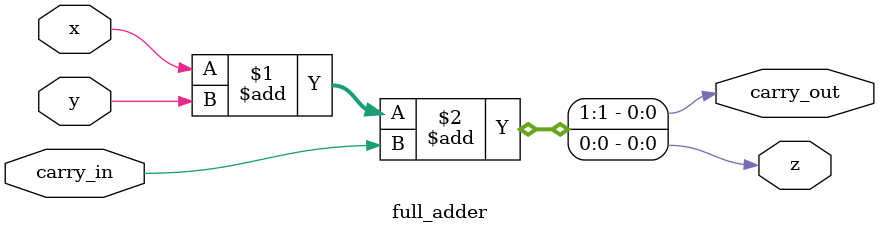
<source format=v>
module full_adder(
    input  x, y, carry_in,
	output z, carry_out
);
    assign {carry_out, z} = x + y + carry_in;
	
endmodule

</source>
